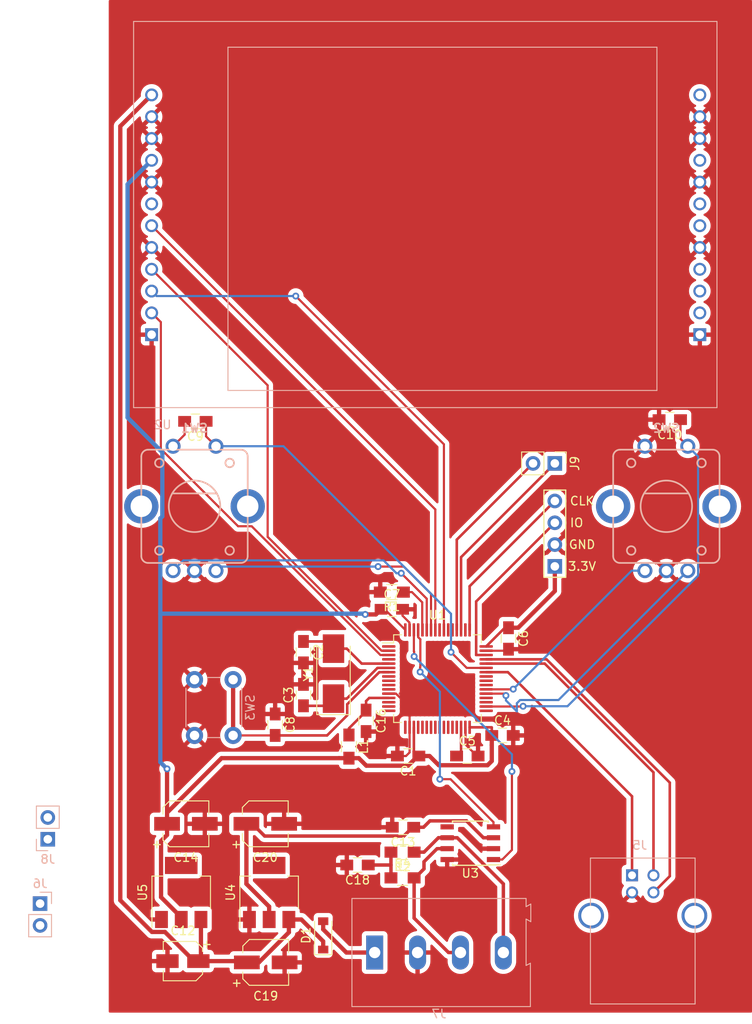
<source format=kicad_pcb>
(kicad_pcb (version 20221018) (generator pcbnew)
  (layers (0 "F.Cu" signal) (31 "B.Cu" signal) (34 "B.Paste" user) (35 "F.Paste" user) (36 "B.SilkS" user "B.Silkscreen") (37 "F.SilkS" user "F.Silkscreen") (38 "B.Mask" user) (39 "F.Mask" user) (44 "Edge.Cuts" user))
  (net 0 "")
  (net 1 "+3V3")
  (net 2 "GND")
  (net 3 "Net-(C2-Pad1)")
  (net 4 "Net-(C3-Pad1)")
  (net 5 "Net-(C5-Pad1)")
  (net 6 "NRST")
  (net 7 "Net-(C9-Pad2)")
  (net 8 "L_ENC_BTN")
  (net 9 "R_ENC_BTN")
  (net 10 "VCC")
  (net 11 "+5V")
  (net 12 "+3.3VA")
  (net 13 "Net-(C18-Pad1)")
  (net 14 "+12V")
  (net 15 "SWCLK")
  (net 16 "SWDIO")
  (net 17 "PA15")
  (net 18 "PA8")
  (net 19 "PA7")
  (net 20 "PA6")
  (net 21 "PA5")
  (net 22 "PA4")
  (net 23 "PA3")
  (net 24 "PA2")
  (net 25 "PA1")
  (net 26 "PA0")
  (net 27 "PB0")
  (net 28 "PB1")
  (net 29 "PB2")
  (net 30 "PB4")
  (net 31 "PB10")
  (net 32 "PB12")
  (net 33 "PB14")
  (net 34 "PB15")
  (net 35 "PD2")
  (net 36 "PC15")
  (net 37 "PC12")
  (net 38 "PC9")
  (net 39 "PC8")
  (net 40 "PC5")
  (net 41 "PC4")
  (net 42 "PC3")
  (net 43 "PC2")
  (net 44 "PC1")
  (net 45 "PC0")
  (net 46 "USB_DM")
  (net 47 "USB_VBUS")
  (net 48 "USB_DP")
  (net 49 "CANL")
  (net 50 "CANH")
  (net 51 "USART3_RX")
  (net 52 "USART3_TX")
  (net 53 "Net-(R1-Pad1)")
  (net 54 "L_ENC_UP")
  (net 55 "L_ENC_DN")
  (net 56 "R_ENC_DN")
  (net 57 "R_ENC_UP")
  (net 58 "Net-(U1-Pad1)")
  (net 59 "LCD_DC")
  (net 60 "LCD_RESET")
  (net 61 "LCD_SCK")
  (net 62 "LCD_MOSI")
  (net 63 "CAN1_RX")
  (net 64 "CAN1_TX")
  (net 65 "Net-(U2-Pad7)")
  (net 66 "Net-(U2-Pad21)")
  (net 67 "Net-(U2-Pad19)")
  (net 68 "Net-(U2-Pad18)")
  (net 69 "Net-(U2-Pad16)")
  (net 70 "Net-(U2-Pad14)")
  (net 71 "Net-(U2-Pad15)")
  (net 72 "Net-(U3-Pad5)")
  (net 73 "Net-(U2-Pad24)")
  (footprint "Capacitors_SMD:C_0805_HandSoldering" (layer "F.Cu") (at 124.9 114.1 180)
    (fp_text reference "C1")
    (fp_text value "100nF")
  )
  (footprint "Capacitors_SMD:C_0805_HandSoldering" (layer "F.Cu") (at 112.7 102 -90)
    (fp_text reference "C2")
    (fp_text value "18pF")
  )
  (footprint "Capacitors_SMD:C_0805_HandSoldering" (layer "F.Cu") (at 112.7 107 90)
    (fp_text reference "C3")
    (fp_text value "18pF")
  )
  (footprint "Capacitors_SMD:C_0805_HandSoldering" (layer "F.Cu") (at 135.9 111.7)
    (fp_text reference "C4")
    (fp_text value "100nF")
  )
  (footprint "Capacitors_SMD:C_0805_HandSoldering" (layer "F.Cu") (at 131.8 114.1)
    (fp_text reference "C5")
    (fp_text value "2.2uF")
  )
  (footprint "Capacitors_SMD:C_0805_HandSoldering" (layer "F.Cu") (at 136.6 100.4 -90)
    (fp_text reference "C6")
    (fp_text value "100nF")
  )
  (footprint "Capacitors_SMD:C_0805_HandSoldering" (layer "F.Cu") (at 123 97)
    (fp_text reference "C7")
    (fp_text value "100nF")
  )
  (footprint "Capacitors_SMD:C_0805_HandSoldering" (layer "F.Cu") (at 100.1 75.1 180)
    (fp_text reference "C9")
    (fp_text value "100nF")
  )
  (footprint "Capacitors_SMD:C_0805_HandSoldering" (layer "F.Cu") (at 155.4 74.9 180)
    (fp_text reference "C10")
    (fp_text value "100nF")
  )
  (footprint "Capacitors_SMD:CP_Elec_4x5.8" (layer "F.Cu") (at 98.65 138 180)
    (fp_text reference "C12")
    (fp_text value "22uF")
  )
  (footprint "Capacitors_SMD:C_0805_HandSoldering" (layer "F.Cu") (at 124.3 122.4 180)
    (fp_text reference "C13")
    (fp_text value "100nF")
  )
  (footprint "Capacitors_SMD:CP_Elec_5x5.8" (layer "F.Cu") (at 99 122)
    (fp_text reference "C14")
    (fp_text value "47uF")
  )
  (footprint "Capacitors_SMD:C_0805_HandSoldering" (layer "F.Cu") (at 119 126.8 180)
    (fp_text reference "C18")
    (fp_text value "47nF")
  )
  (footprint "Capacitors_SMD:CP_Elec_5x5.8" (layer "F.Cu") (at 108.3 138.15)
    (fp_text reference "C19")
    (fp_text value "10uF")
  )
  (footprint "Capacitors_SMD:CP_Elec_5x5.8" (layer "F.Cu") (at 108.25 122)
    (fp_text reference "C20")
    (fp_text value "22uF")
  )
  (footprint "Diodes_SMD:D_SOD-123" (layer "F.Cu") (at 115 135 90)
    (fp_text reference "D1")
    (fp_text value "1N5819")
  )
  (footprint "Custom_Footprints:SWD_header" (layer "F.Cu") (at 142 92 90)
    (fp_text reference "J1" hide)
    (fp_text value "SWD_Header")
  )
  (footprint "Socket_Strips:Socket_Strip_Straight_1x02_Pitch2.54mm" (layer "F.Cu") (at 142 80 -90)
    (fp_text reference "J9")
    (fp_text value "Conn_01x02")
  )
  (footprint "Resistors_SMD:R_0805_HandSoldering" (layer "F.Cu") (at 118 113 -90)
    (fp_text reference "L1")
    (fp_text value "L")
  )
  (footprint "Resistors_SMD:R_0805_HandSoldering" (layer "F.Cu") (at 123 95 180)
    (fp_text reference "R1")
    (fp_text value "10k")
  )
  (footprint "Resistors_SMD:R_0805_HandSoldering" (layer "F.Cu") (at 124.25 128.3)
    (fp_text reference "R4")
    (fp_text value "60")
  )
  (footprint "Package_QFP:LQFP-64_10x10mm_P0.5mm" (layer "F.Cu") (at 128.32 105.08)
    (fp_text reference "U1")
    (fp_text value "STM32F446RETx")
  )
  (footprint "Housings_SOIC:SOIC-8_3.9x4.9mm_Pitch1.27mm" (layer "F.Cu") (at 132.15 124.26 180)
    (fp_text reference "U3")
    (fp_text value "TJA1051T")
  )
  (footprint "TO_SOT_Packages_SMD:SOT-223" (layer "F.Cu") (at 108.7 130 90)
    (fp_text reference "U4")
    (fp_text value "LM1117-5.0")
  )
  (footprint "TO_SOT_Packages_SMD:SOT-223" (layer "F.Cu") (at 98.45 130 90)
    (fp_text reference "U5")
    (fp_text value "LM1117-3.3")
  )
  (footprint "Crystals:Crystal_SMD_0603-2pin_6.0x3.5mm_HandSoldering" (layer "F.Cu") (at 116.2 104.5 90)
    (fp_text reference "Y1")
    (fp_text value "Crystal")
  )
  (footprint "Resistors_SMD:R_0805_HandSoldering" (layer "F.Cu") (at 124.25 125.3 180)
    (fp_text reference "R2")
    (fp_text value "60")
  )
  (footprint "Capacitors_SMD:C_0805_HandSoldering" (layer "F.Cu") (at 120 110 -90)
    (fp_text reference "C16")
    (fp_text value "100nF")
  )
  (footprint "Capacitors_SMD:C_0805_HandSoldering" (layer "F.Cu") (at 109.4 110.45 -90)
    (fp_text reference "C8")
    (fp_text value "100nF")
  )
  (footprint "Custom_Footprints:USB_B_Molex" (layer "B.Cu") (at 151 128 180)
    (fp_text reference "J5")
    (fp_text value "USB_B_Micro")
  )
  (footprint "Connectors_Terminal_Blocks:TerminalBlock_Altech_AK300-4_P5.00mm" (layer "B.Cu") (at 121 137)
    (fp_text reference "J7")
    (fp_text value "CAN Header")
  )
  (footprint "Socket_Strips:Socket_Strip_Straight_1x02_Pitch2.54mm" (layer "B.Cu") (at 82.9 123.8)
    (fp_text reference "J8")
    (fp_text value "Conn_01x02")
  )
  (footprint "Custom_Footprints:Encoder" (layer "B.Cu") (at 100 85 180)
    (fp_text reference "SW1")
    (fp_text value "Left_Encoder" hide)
  )
  (footprint "Custom_Footprints:Encoder" (layer "B.Cu") (at 155 85 180)
    (fp_text reference "SW2")
    (fp_text value "Right_Encoder" hide)
  )
  (footprint "Buttons_Switches_THT:SW_PUSH_6mm" (layer "B.Cu") (at 104.5 111.7 90)
    (fp_text reference "SW3")
    (fp_text value "SW_Push")
  )
  (footprint "Socket_Strips:Socket_Strip_Straight_1x02_Pitch2.54mm" (layer "B.Cu") (at 82 131.3 180)
    (fp_text reference "J6")
    (fp_text value "Conn_01x02")
  )
  (footprint "Custom_Footprints:ILI9341_SPI_daughterboard" (layer "B.Cu") (at 95 65)
    (fp_text reference "U2")
    (fp_text value "ILI9341_SPI_Daughterboard")
  )
  (segment (start 136.175 99.15) (end 136.6 99.15) (width 0.3) (layer "F.Cu") (net 1))
  (segment (start 124.9 115.225) (end 126.025 114.1) (width 0.5) (layer "F.Cu") (net 1))
  (segment (start 120.025 115.225) (end 124.9 115.225) (width 0.5) (layer "F.Cu") (net 1))
  (segment (start 96.8 120.7) (end 103.15 114.35) (width 0.5) (layer "F.Cu") (net 1))
  (segment (start 126.025 114.1) (end 126.15 114.1) (width 0.5) (layer "F.Cu") (net 1))
  (segment (start 128.475001 115.175001) (end 134.160001 115.175001) (width 0.5) (layer "F.Cu") (net 1))
  (segment (start 134.160001 115.175001) (end 134.65 114.685002) (width 0.5) (layer "F.Cu") (net 1))
  (segment (start 118 114.35) (end 119.15 114.35) (width 0.5) (layer "F.Cu") (net 1))
  (segment (start 142 94.875) (end 142 93.35) (width 0.5) (layer "F.Cu") (net 1))
  (segment (start 119.9 97.6) (end 121.15 97.6) (width 0.5) (layer "F.Cu") (net 1))
  (segment (start 122.165 97) (end 121.75 97) (width 0.25) (layer "F.Cu") (net 1))
  (segment (start 134.63 110.755) (end 134.65 110.775) (width 0.3) (layer "F.Cu") (net 1))
  (segment (start 133.995 101.33) (end 136.175 99.15) (width 0.3) (layer "F.Cu") (net 1))
  (segment (start 136.6 99.15) (end 137.725 99.15) (width 0.5) (layer "F.Cu") (net 1))
  (segment (start 96.099999 130.549999) (end 98.45 132.9) (width 0.5) (layer "F.Cu") (net 1))
  (segment (start 134.65 112.825) (end 134.65 111.7) (width 0.5) (layer "F.Cu") (net 1))
  (segment (start 96.8 123.3) (end 96.099999 124.000001) (width 0.5) (layer "F.Cu") (net 1))
  (segment (start 134.65 114.685002) (end 134.65 112.825) (width 0.5) (layer "F.Cu") (net 1))
  (segment (start 137.725 99.15) (end 142 94.875) (width 0.5) (layer "F.Cu") (net 1))
  (segment (start 96.8 122) (end 96.8 123.3) (width 0.5) (layer "F.Cu") (net 1))
  (segment (start 126.15 114.1) (end 127.4 114.1) (width 0.5) (layer "F.Cu") (net 1))
  (segment (start 96.8 122) (end 96.8 120.7) (width 0.5) (layer "F.Cu") (net 1))
  (segment (start 125.57 113.52) (end 126.15 114.1) (width 0.3) (layer "F.Cu") (net 1))
  (segment (start 119.15 114.35) (end 120.025 115.225) (width 0.5) (layer "F.Cu") (net 1))
  (segment (start 103.15 114.35) (end 116.85 114.35) (width 0.5) (layer "F.Cu") (net 1))
  (segment (start 96.099999 124.000001) (end 96.099999 130.549999) (width 0.5) (layer "F.Cu") (net 1))
  (segment (start 98.45 132.9) (end 98.45 133.15) (width 0.5) (layer "F.Cu") (net 1))
  (segment (start 127.4 114.1) (end 128.475001 115.175001) (width 0.5) (layer "F.Cu") (net 1))
  (segment (start 124.57 99.405) (end 122.165 97) (width 0.25) (layer "F.Cu") (net 1))
  (segment (start 142 93.35) (end 142 92) (width 0.5) (layer "F.Cu") (net 1))
  (segment (start 132.07 110.755) (end 134.63 110.755) (width 0.3) (layer "F.Cu") (net 1))
  (segment (start 116.85 114.35) (end 118 114.35) (width 0.5) (layer "F.Cu") (net 1))
  (segment (start 96.8 120.7) (end 96.8 115.6) (width 0.5) (layer "F.Cu") (net 1))
  (segment (start 134.65 110.775) (end 134.65 111.7) (width 0.3) (layer "F.Cu") (net 1))
  (segment (start 121.15 97.6) (end 121.75 97) (width 0.5) (layer "F.Cu") (net 1))
  (segment (start 125.57 110.755) (end 125.57 113.52) (width 0.3) (layer "F.Cu") (net 1))
  (via (at 96.8 115.6) (size 0.8) (drill 0.4) (layers "F.Cu" "B.Cu") (net 1))
  (via (at 119.9 97.6) (size 0.8) (drill 0.4) (layers "F.Cu" "B.Cu") (net 1))
  (segment (start 96.013001 97.513001) (end 119.813001 97.513001) (width 0.5) (layer "B.Cu") (net 1))
  (segment (start 96.250001 78.711003) (end 92.2 74.661002) (width 0.5) (layer "B.Cu") (net 1))
  (segment (start 96.250001 86.176001) (end 96.250001 78.711003) (width 0.5) (layer "B.Cu") (net 1))
  (segment (start 96.8 115.6) (end 96.013001 114.813001) (width 0.5) (layer "B.Cu") (net 1))
  (segment (start 96.013001 97.513001) (end 96.013001 86.413001) (width 0.5) (layer "B.Cu") (net 1))
  (segment (start 92.2 47.48) (end 95 44.68) (width 0.5) (layer "B.Cu") (net 1))
  (segment (start 119.813001 97.513001) (end 119.9 97.6) (width 0.5) (layer "B.Cu") (net 1))
  (segment (start 96.013001 86.413001) (end 96.250001 86.176001) (width 0.5) (layer "B.Cu") (net 1))
  (segment (start 92.2 74.661002) (end 92.2 47.48) (width 0.5) (layer "B.Cu") (net 1))
  (segment (start 96.013001 114.813001) (end 96.013001 97.513001) (width 0.5) (layer "B.Cu") (net 1))
  (segment (start 124.25 97) (end 124.25 97.744298) (width 0.25) (layer "F.Cu") (net 2))
  (segment (start 131.59499 112.76999) (end 132.925 114.1) (width 0.25) (layer "F.Cu") (net 2))
  (segment (start 132.925 114.1) (end 133.05 114.1) (width 0.25) (layer "F.Cu") (net 2))
  (segment (start 123.485702 106.83) (end 125.07 108.414298) (width 0.25) (layer "F.Cu") (net 2))
  (segment (start 125.04501 99.38001) (end 125.07 99.405) (width 0.25) (layer "F.Cu") (net 2))
  (segment (start 131.59499 110.99499) (end 131.59499 112.76999) (width 0.25) (layer "F.Cu") (net 2))
  (segment (start 124.25 97.744298) (end 125.04501 98.539308) (width 0.25) (layer "F.Cu") (net 2))
  (segment (start 131.57 110.97) (end 131.59499 110.99499) (width 0.25) (layer "F.Cu") (net 2))
  (segment (start 125.04501 98.539308) (end 125.04501 99.38001) (width 0.25) (layer "F.Cu") (net 2))
  (segment (start 125.07 110.755) (end 125.07 113.68) (width 0.25) (layer "F.Cu") (net 2))
  (segment (start 136.42 101.83) (end 136.6 101.65) (width 0.25) (layer "F.Cu") (net 2))
  (segment (start 133.995 101.83) (end 136.42 101.83) (width 0.25) (layer "F.Cu") (net 2))
  (segment (start 122.645 106.83) (end 123.485702 106.83) (width 0.25) (layer "F.Cu") (net 2))
  (segment (start 125.07 113.68) (end 124.65 114.1) (width 0.25) (layer "F.Cu") (net 2))
  (segment (start 124.65 114.1) (end 123.65 114.1) (width 0.25) (layer "F.Cu") (net 2))
  (segment (start 131.57 110.755) (end 131.57 110.97) (width 0.25) (layer "F.Cu") (net 2))
  (segment (start 125.07 108.414298) (end 125.07 110.755) (width 0.25) (layer "F.Cu") (net 2))
  (segment (start 121.87 103.33) (end 122.645 103.33) (width 0.3) (layer "F.Cu") (net 3))
  (segment (start 115.3625 100.75) (end 116.2 101.5875) (width 0.3) (layer "F.Cu") (net 3))
  (segment (start 116.2 101.5875) (end 117.75 101.5875) (width 0.3) (layer "F.Cu") (net 3))
  (segment (start 119.4925 103.33) (end 121.87 103.33) (width 0.3) (layer "F.Cu") (net 3))
  (segment (start 112.7 100.75) (end 115.3625 100.75) (width 0.3) (layer "F.Cu") (net 3))
  (segment (start 117.75 101.5875) (end 119.4925 103.33) (width 0.3) (layer "F.Cu") (net 3))
  (segment (start 116.2 107.4125) (end 117.75 107.4125) (width 0.3) (layer "F.Cu") (net 4))
  (segment (start 112.7 108.25) (end 115.3625 108.25) (width 0.3) (layer "F.Cu") (net 4))
  (segment (start 115.3625 108.25) (end 116.2 107.4125) (width 0.3) (layer "F.Cu") (net 4))
  (segment (start 121.3325 103.83) (end 121.87 103.83) (width 0.3) (layer "F.Cu") (net 4))
  (segment (start 121.87 103.83) (end 122.645 103.83) (width 0.3) (layer "F.Cu") (net 4))
  (segment (start 117.75 107.4125) (end 121.3325 103.83) (width 0.3) (layer "F.Cu") (net 4))
  (segment (start 131.07 113.58) (end 130.55 114.1) (width 0.3) (layer "F.Cu") (net 5))
  (segment (start 131.07 110.755) (end 131.07 113.58) (width 0.3) (layer "F.Cu") (net 5))
  (segment (start 115.455002 111.7) (end 109.4 111.7) (width 0.3) (layer "F.Cu") (net 6))
  (segment (start 117.800001 109.355001) (end 115.455002 111.7) (width 0.3) (layer "F.Cu") (net 6))
  (segment (start 104.5 111.7) (end 109.4 111.7) (width 0.25) (layer "F.Cu") (net 6))
  (segment (start 122.645 104.33) (end 121.53962 104.33) (width 0.3) (layer "F.Cu") (net 6))
  (segment (start 121.53962 104.33) (end 117.800001 108.069619) (width 0.3) (layer "F.Cu") (net 6))
  (segment (start 104.5 105.2) (end 104.5 106.614213) (width 0.5) (layer "F.Cu") (net 6))
  (segment (start 104.5 106.614213) (end 104.5 111.7) (width 0.5) (layer "F.Cu") (net 6))
  (segment (start 117.800001 108.069619) (end 117.800001 109.355001) (width 0.3) (layer "F.Cu") (net 6))
  (segment (start 98.85 75.1) (end 98.85 76.65) (width 0.25) (layer "F.Cu") (net 7))
  (segment (start 98.85 76.65) (end 97.5 78) (width 0.25) (layer "F.Cu") (net 7))
  (segment (start 101.35 75.1) (end 101.35 76.85) (width 0.25) (layer "F.Cu") (net 8))
  (segment (start 101.35 76.85) (end 102.5 78) (width 0.25) (layer "F.Cu") (net 8))
  (segment (start 133.995 103.83) (end 131.73 103.83) (width 0.25) (layer "F.Cu") (net 8))
  (segment (start 131.73 103.83) (end 129.9 102) (width 0.25) (layer "F.Cu") (net 8))
  (via (at 129.9 102) (size 0.8) (drill 0.4) (layers "F.Cu" "B.Cu") (net 8))
  (segment (start 129.9 97.526998) (end 110.373002 78) (width 0.25) (layer "B.Cu") (net 8))
  (segment (start 129.9 102) (end 129.9 97.526998) (width 0.25) (layer "B.Cu") (net 8))
  (segment (start 103.737436 78) (end 102.5 78) (width 0.25) (layer "B.Cu") (net 8))
  (segment (start 110.373002 78) (end 103.737436 78) (width 0.25) (layer "B.Cu") (net 8))
  (segment (start 138.27 108.33) (end 138.3 108.3) (width 0.25) (layer "F.Cu") (net 9))
  (segment (start 156.65 74.9) (end 156.65 77.15) (width 0.25) (layer "F.Cu") (net 9))
  (segment (start 133.995 108.33) (end 138.27 108.33) (width 0.25) (layer "F.Cu") (net 9))
  (segment (start 156.65 77.15) (end 157.5 78) (width 0.25) (layer "F.Cu") (net 9))
  (via (at 138.3 108.3) (size 0.8) (drill 0.4) (layers "F.Cu" "B.Cu") (net 9))
  (segment (start 158.700001 79.200001) (end 158.374999 78.874999) (width 0.25) (layer "B.Cu") (net 9))
  (segment (start 158.374999 78.874999) (end 157.5 78) (width 0.25) (layer "B.Cu") (net 9))
  (segment (start 143.476002 108.3) (end 158.700001 93.076001) (width 0.25) (layer "B.Cu") (net 9))
  (segment (start 158.700001 93.076001) (end 158.700001 79.200001) (width 0.25) (layer "B.Cu") (net 9))
  (segment (start 138.3 108.3) (end 143.476002 108.3) (width 0.25) (layer "B.Cu") (net 9))
  (segment (start 112.45 133.15) (end 111 133.15) (width 0.5) (layer "F.Cu") (net 10))
  (segment (start 105.95 138) (end 106.1 138.15) (width 0.5) (layer "F.Cu") (net 10))
  (segment (start 91.349999 130.910001) (end 91.349999 40.710001) (width 0.5) (layer "F.Cu") (net 10))
  (segment (start 115 135.7) (end 112.45 133.15) (width 0.5) (layer "F.Cu") (net 10))
  (segment (start 95.039999 134.600001) (end 91.349999 130.910001) (width 0.5) (layer "F.Cu") (net 10))
  (segment (start 111 133.15) (end 111 134.65) (width 0.5) (layer "F.Cu") (net 10))
  (segment (start 107.5 138.15) (end 106.1 138.15) (width 0.5) (layer "F.Cu") (net 10))
  (segment (start 111 134.65) (end 107.5 138.15) (width 0.5) (layer "F.Cu") (net 10))
  (segment (start 100.45 138) (end 99.95 138) (width 0.5) (layer "F.Cu") (net 10))
  (segment (start 100.45 138) (end 105.95 138) (width 0.5) (layer "F.Cu") (net 10))
  (segment (start 96.550001 134.600001) (end 95.039999 134.600001) (width 0.5) (layer "F.Cu") (net 10))
  (segment (start 100.75 137.7) (end 100.45 138) (width 0.5) (layer "F.Cu") (net 10))
  (segment (start 100.75 133.15) (end 100.75 137.7) (width 0.5) (layer "F.Cu") (net 10))
  (segment (start 91.349999 40.710001) (end 94.250001 37.809999) (width 0.5) (layer "F.Cu") (net 10))
  (segment (start 94.250001 37.809999) (end 95 37.06) (width 0.5) (layer "F.Cu") (net 10))
  (segment (start 99.95 138) (end 96.550001 134.600001) (width 0.5) (layer "F.Cu") (net 10))
  (segment (start 115 136.65) (end 115 135.7) (width 0.5) (layer "F.Cu") (net 10))
  (segment (start 131.704999 121.654999) (end 127.445001 121.654999) (width 0.4) (layer "F.Cu") (net 11))
  (segment (start 108.7 133.15) (end 108.7 131.65) (width 0.5) (layer "F.Cu") (net 11))
  (segment (start 108.175001 123.425001) (end 124.4 123.425) (width 0.4) (layer "F.Cu") (net 11))
  (segment (start 127.445001 121.654999) (end 126.7 122.4) (width 0.4) (layer "F.Cu") (net 11))
  (segment (start 106.05 129) (end 106.05 122) (width 0.5) (layer "F.Cu") (net 11))
  (segment (start 134.85 123.625) (end 133.675 123.625) (width 0.4) (layer "F.Cu") (net 11))
  (segment (start 124.4 123.425) (end 125.425 122.4) (width 0.4) (layer "F.Cu") (net 11))
  (segment (start 125.425 122.4) (end 125.55 122.4) (width 0.4) (layer "F.Cu") (net 11))
  (segment (start 133.675 123.625) (end 131.704999 121.654999) (width 0.4) (layer "F.Cu") (net 11))
  (segment (start 106.05 122) (end 106.75 122) (width 0.4) (layer "F.Cu") (net 11))
  (segment (start 126.7 122.4) (end 125.55 122.4) (width 0.4) (layer "F.Cu") (net 11))
  (segment (start 106.75 122) (end 108.175001 123.425001) (width 0.4) (layer "F.Cu") (net 11))
  (segment (start 108.7 131.65) (end 106.05 129) (width 0.5) (layer "F.Cu") (net 11))
  (segment (start 120 108.875) (end 118 110.875) (width 0.3) (layer "F.Cu") (net 12))
  (segment (start 120 108.75) (end 120 108.875) (width 0.3) (layer "F.Cu") (net 12))
  (segment (start 120.37 107.33) (end 120 107.7) (width 0.3) (layer "F.Cu") (net 12))
  (segment (start 122.645 107.33) (end 120.37 107.33) (width 0.3) (layer "F.Cu") (net 12))
  (segment (start 118 110.875) (end 118 111.65) (width 0.3) (layer "F.Cu") (net 12))
  (segment (start 120 107.7) (end 120 108.75) (width 0.3) (layer "F.Cu") (net 12))
  (segment (start 122.9 126.8) (end 122.9 128.3) (width 0.4) (layer "F.Cu") (net 13))
  (segment (start 122.9 125.3) (end 122.9 126.8) (width 0.4) (layer "F.Cu") (net 13))
  (segment (start 120.25 126.8) (end 122.9 126.8) (width 0.4) (layer "F.Cu") (net 13))
  (segment (start 117.7 137) (end 115 134.3) (width 0.5) (layer "F.Cu") (net 14))
  (segment (start 115 134.3) (end 115 133.35) (width 0.5) (layer "F.Cu") (net 14))
  (segment (start 121 137) (end 117.7 137) (width 0.5) (layer "F.Cu") (net 14))
  (segment (start 132.07 94.31) (end 142 84.38) (width 0.3) (layer "F.Cu") (net 15))
  (segment (start 132.07 99.405) (end 132.07 94.31) (width 0.3) (layer "F.Cu") (net 15))
  (segment (start 132.83 96.09) (end 142 86.92) (width 0.3) (layer "F.Cu") (net 16))
  (segment (start 133.995 102.33) (end 132.83 102.33) (width 0.3) (layer "F.Cu") (net 16))
  (segment (start 132.83 102.33) (end 132.83 96.09) (width 0.3) (layer "F.Cu") (net 16))
  (segment (start 153.5 116.00712) (end 153.5 128) (width 0.3) (layer "F.Cu") (net 46))
  (segment (start 140.82288 103.33) (end 153.5 116.00712) (width 0.3) (layer "F.Cu") (net 46))
  (segment (start 133.995 103.33) (end 140.82288 103.33) (width 0.3) (layer "F.Cu") (net 46))
  (segment (start 136.53 104.33) (end 151 118.8) (width 0.3) (layer "F.Cu") (net 47))
  (segment (start 133.995 104.33) (end 136.53 104.33) (width 0.3) (layer "F.Cu") (net 47))
  (segment (start 151 118.8) (end 151 128) (width 0.3) (layer "F.Cu") (net 47))
  (segment (start 155.4 117.2) (end 155.4 128.1) (width 0.3) (layer "F.Cu") (net 48))
  (segment (start 155.4 128.1) (end 153.5 130) (width 0.3) (layer "F.Cu") (net 48))
  (segment (start 133.995 102.83) (end 141.03 102.83) (width 0.3) (layer "F.Cu") (net 48))
  (segment (start 141.03 102.83) (end 155.4 117.2) (width 0.3) (layer "F.Cu") (net 48))
  (segment (start 130.625 123.625) (end 136 129) (width 0.4) (layer "F.Cu") (net 49))
  (segment (start 125.6 125.3) (end 126.75 125.3) (width 0.4) (layer "F.Cu") (net 49))
  (segment (start 128.425 123.625) (end 129.45 123.625) (width 0.4) (layer "F.Cu") (net 49))
  (segment (start 136 129) (end 136 137) (width 0.4) (layer "F.Cu") (net 49))
  (segment (start 129.45 123.625) (end 130.625 123.625) (width 0.4) (layer "F.Cu") (net 49))
  (segment (start 126.75 125.3) (end 128.425 123.625) (width 0.4) (layer "F.Cu") (net 49))
  (segment (start 125.7 128.3) (end 126.75 127.25) (width 0.4) (layer "F.Cu") (net 50))
  (segment (start 126.75 127.25) (end 126.75 126.42) (width 0.4) (layer "F.Cu") (net 50))
  (segment (start 125.6 128.3) (end 125.7 128.3) (width 0.4) (layer "F.Cu") (net 50))
  (segment (start 129.61 137) (end 131 137) (width 0.4) (layer "F.Cu") (net 50))
  (segment (start 125.6 132.99) (end 129.61 137) (width 0.4) (layer "F.Cu") (net 50))
  (segment (start 128.275 124.895) (end 129.45 124.895) (width 0.4) (layer "F.Cu") (net 50))
  (segment (start 125.6 128.3) (end 125.6 132.99) (width 0.4) (layer "F.Cu") (net 50))
  (segment (start 126.75 126.42) (end 128.275 124.895) (width 0.4) (layer "F.Cu") (net 50))
  (segment (start 130.57 99.405) (end 130.57 88.89) (width 0.3) (layer "F.Cu") (net 51))
  (segment (start 130.57 88.89) (end 139.46 80) (width 0.3) (layer "F.Cu") (net 51))
  (segment (start 131.07 99.405) (end 131.07 90.93) (width 0.3) (layer "F.Cu") (net 52))
  (segment (start 131.07 90.93) (end 142 80) (width 0.3) (layer "F.Cu") (net 52))
  (segment (start 126.57 99.37) (end 126.54501 99.34501) (width 0.25) (layer "F.Cu") (net 53))
  (segment (start 126.54501 96.19501) (end 125.35 95) (width 0.25) (layer "F.Cu") (net 53))
  (segment (start 126.54501 99.34501) (end 126.54501 96.19501) (width 0.25) (layer "F.Cu") (net 53))
  (segment (start 126.57 99.405) (end 126.57 99.37) (width 0.25) (layer "F.Cu") (net 53))
  (segment (start 125.35 95) (end 124.35 95) (width 0.25) (layer "F.Cu") (net 53))
  (segment (start 127.57 95.196998) (end 124.398001 92.024999) (width 0.25) (layer "F.Cu") (net 54))
  (segment (start 127.57 99.405) (end 127.57 95.196998) (width 0.25) (layer "F.Cu") (net 54))
  (segment (start 124.398001 92.024999) (end 121.4 92.024999) (width 0.25) (layer "F.Cu") (net 54))
  (via (at 121.4 92.024999) (size 0.8) (drill 0.4) (layers "F.Cu" "B.Cu") (net 54))
  (segment (start 102.975001 92.024999) (end 102.5 92.5) (width 0.25) (layer "B.Cu") (net 54))
  (segment (start 121.4 92.024999) (end 102.975001 92.024999) (width 0.25) (layer "B.Cu") (net 54))
  (segment (start 127.07 95.77) (end 124.1 92.8) (width 0.25) (layer "F.Cu") (net 55))
  (segment (start 127.07 99.405) (end 127.07 95.77) (width 0.25) (layer "F.Cu") (net 55))
  (via (at 124.1 92.8) (size 0.8) (drill 0.4) (layers "F.Cu" "B.Cu") (net 55))
  (segment (start 122.034314 91.299999) (end 98.700001 91.299999) (width 0.25) (layer "B.Cu") (net 55))
  (segment (start 124.1 92.8) (end 123.534315 92.8) (width 0.25) (layer "B.Cu") (net 55))
  (segment (start 123.534315 92.8) (end 122.034314 91.299999) (width 0.25) (layer "B.Cu") (net 55))
  (segment (start 98.374999 91.625001) (end 97.5 92.5) (width 0.25) (layer "B.Cu") (net 55))
  (segment (start 98.700001 91.299999) (end 98.374999 91.625001) (width 0.25) (layer "B.Cu") (net 55))
  (segment (start 137.127044 106.33) (end 137.151935 106.305109) (width 0.25) (layer "F.Cu") (net 56))
  (segment (start 133.995 106.33) (end 137.127044 106.33) (width 0.25) (layer "F.Cu") (net 56))
  (via (at 137.151935 106.305109) (size 0.8) (drill 0.4) (layers "F.Cu" "B.Cu") (net 56))
  (segment (start 137.151935 106.305109) (end 150.957044 92.5) (width 0.25) (layer "B.Cu") (net 56))
  (segment (start 150.957044 92.5) (end 152.5 92.5) (width 0.25) (layer "B.Cu") (net 56))
  (segment (start 133.995 106.83) (end 136.075 106.83) (width 0.25) (layer "F.Cu") (net 57))
  (segment (start 136.075 106.83) (end 136.3 107.055) (width 0.25) (layer "F.Cu") (net 57))
  (via (at 136.3 107.055) (size 0.8) (drill 0.4) (layers "F.Cu" "B.Cu") (net 57))
  (segment (start 142.425001 107.574999) (end 156.625001 93.374999) (width 0.25) (layer "B.Cu") (net 57))
  (segment (start 156.625001 93.374999) (end 157.5 92.5) (width 0.25) (layer "B.Cu") (net 57))
  (segment (start 137.574999 108.895684) (end 137.574999 107.951999) (width 0.25) (layer "B.Cu") (net 57))
  (segment (start 136.3 107.055) (end 136.3 107.620685) (width 0.25) (layer "B.Cu") (net 57))
  (segment (start 136.3 107.620685) (end 137.574999 108.895684) (width 0.25) (layer "B.Cu") (net 57))
  (segment (start 137.574999 107.951999) (end 137.951999 107.574999) (width 0.25) (layer "B.Cu") (net 57))
  (segment (start 137.951999 107.574999) (end 142.425001 107.574999) (width 0.25) (layer "B.Cu") (net 57))
  (segment (start 108.525001 88.550703) (end 108.525001 70.905001) (width 0.25) (layer "F.Cu") (net 59))
  (segment (start 121.804298 101.83) (end 108.525001 88.550703) (width 0.25) (layer "F.Cu") (net 59))
  (segment (start 108.525001 70.905001) (end 95.749999 58.129999) (width 0.25) (layer "F.Cu") (net 59))
  (segment (start 122.645 101.83) (end 121.804298 101.83) (width 0.25) (layer "F.Cu") (net 59))
  (segment (start 95.749999 58.129999) (end 95 57.38) (width 0.25) (layer "F.Cu") (net 59))
  (segment (start 96.075001 78.316003) (end 96.075001 63.535001) (width 0.25) (layer "F.Cu") (net 60))
  (segment (start 106.662889 87.325001) (end 105.083999 87.325001) (width 0.25) (layer "F.Cu") (net 60))
  (segment (start 96.075001 63.535001) (end 95.749999 63.209999) (width 0.25) (layer "F.Cu") (net 60))
  (segment (start 122.645 102.33) (end 121.667888 102.33) (width 0.25) (layer "F.Cu") (net 60))
  (segment (start 121.667888 102.33) (end 106.662889 87.325001) (width 0.25) (layer "F.Cu") (net 60))
  (segment (start 105.083999 87.325001) (end 96.075001 78.316003) (width 0.25) (layer "F.Cu") (net 60))
  (segment (start 95.749999 63.209999) (end 95 62.46) (width 0.25) (layer "F.Cu") (net 60))
  (segment (start 129.07 77.77) (end 111.8 60.5) (width 0.25) (layer "F.Cu") (net 61))
  (segment (start 129.07 99.405) (end 129.07 77.77) (width 0.25) (layer "F.Cu") (net 61))
  (via (at 111.8 60.5) (size 0.8) (drill 0.4) (layers "F.Cu" "B.Cu") (net 61))
  (segment (start 111.8 60.5) (end 95.58 60.5) (width 0.25) (layer "B.Cu") (net 61))
  (segment (start 95.58 60.5) (end 95 59.92) (width 0.25) (layer "B.Cu") (net 61))
  (segment (start 128.07 99.405) (end 128.07 85.37) (width 0.25) (layer "F.Cu") (net 62))
  (segment (start 128.07 85.37) (end 95 52.3) (width 0.25) (layer "F.Cu") (net 62))
  (segment (start 126.325001 100.500703) (end 126.07 100.245702) (width 0.25) (layer "F.Cu") (net 63))
  (segment (start 126.3 104.3) (end 126.3 103.734315) (width 0.25) (layer "F.Cu") (net 63))
  (segment (start 126.07 100.18) (end 126.07 99.405) (width 0.25) (layer "F.Cu") (net 63))
  (segment (start 129.845 116.8) (end 128.6 116.8) (width 0.25) (layer "F.Cu") (net 63))
  (segment (start 126.3 103.734315) (end 126.325001 103.709314) (width 0.25) (layer "F.Cu") (net 63))
  (segment (start 134.85 122.355) (end 134.85 121.805) (width 0.25) (layer "F.Cu") (net 63))
  (segment (start 126.325001 103.709314) (end 126.325001 100.500703) (width 0.25) (layer "F.Cu") (net 63))
  (segment (start 134.85 121.805) (end 129.845 116.8) (width 0.25) (layer "F.Cu") (net 63))
  (segment (start 126.07 100.245702) (end 126.07 100.18) (width 0.25) (layer "F.Cu") (net 63))
  (via (at 128.6 116.8) (size 0.8) (drill 0.4) (layers "F.Cu" "B.Cu") (net 63))
  (via (at 126.3 104.3) (size 0.8) (drill 0.4) (layers "F.Cu" "B.Cu") (net 63))
  (segment (start 128.6 116.8) (end 128.6 106.6) (width 0.25) (layer "B.Cu") (net 63))
  (segment (start 128.6 106.6) (end 126.3 104.3) (width 0.25) (layer "B.Cu") (net 63))
  (segment (start 125.57 101.904315) (end 125.57 100.18) (width 0.25) (layer "F.Cu") (net 64))
  (segment (start 125.57 100.18) (end 125.57 99.405) (width 0.25) (layer "F.Cu") (net 64))
  (segment (start 135.875 126.165) (end 137 125.04) (width 0.25) (layer "F.Cu") (net 64))
  (segment (start 125.6 102.5) (end 125.6 101.934315) (width 0.25) (layer "F.Cu") (net 64))
  (segment (start 134.85 126.165) (end 135.875 126.165) (width 0.25) (layer "F.Cu") (net 64))
  (segment (start 125.6 101.934315) (end 125.57 101.904315) (width 0.25) (layer "F.Cu") (net 64))
  (segment (start 137 125.04) (end 137 115.9) (width 0.25) (layer "F.Cu") (net 64))
  (via (at 137 115.9) (size 0.8) (drill 0.4) (layers "F.Cu" "B.Cu") (net 64))
  (via (at 125.6 102.5) (size 0.8) (drill 0.4) (layers "F.Cu" "B.Cu") (net 64))
  (segment (start 137 113.9) (end 125.6 102.5) (width 0.25) (layer "B.Cu") (net 64))
  (segment (start 137 115.9) (end 137 113.9) (width 0.25) (layer "B.Cu") (net 64))
  (zone (net 2) (net_name "GND") (layer "F.Cu") (connect_pads (clearance 0.508)) (min_thickness 0.254) (fill yes (thermal_gap 0.508) (thermal_bridge_width 0.508))
    (polygon (pts (xy 165 144) (xy 90 144) (xy 90 26) (xy 165 26)))
  )
)
</source>
